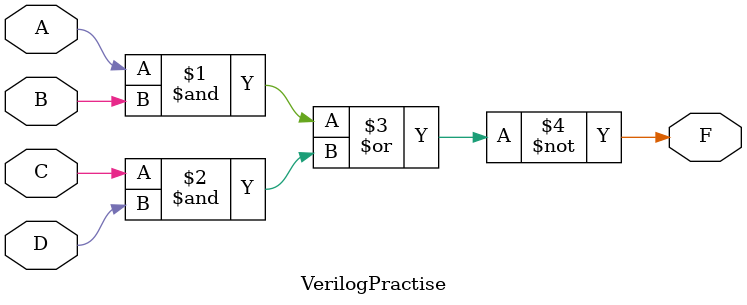
<source format=v>
module VerilogPractise(A,B,C,D,F);
input A,B,C,D;
output F;
wire A,B,C,D,F;
assign F = ~((A&B)|(C&D));
endmodule
</source>
